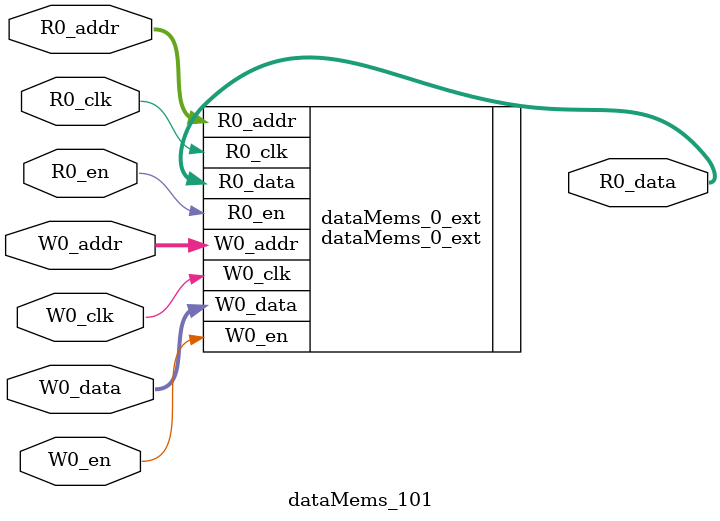
<source format=sv>
`ifndef RANDOMIZE
  `ifdef RANDOMIZE_REG_INIT
    `define RANDOMIZE
  `endif // RANDOMIZE_REG_INIT
`endif // not def RANDOMIZE
`ifndef RANDOMIZE
  `ifdef RANDOMIZE_MEM_INIT
    `define RANDOMIZE
  `endif // RANDOMIZE_MEM_INIT
`endif // not def RANDOMIZE

`ifndef RANDOM
  `define RANDOM $random
`endif // not def RANDOM

// Users can define 'PRINTF_COND' to add an extra gate to prints.
`ifndef PRINTF_COND_
  `ifdef PRINTF_COND
    `define PRINTF_COND_ (`PRINTF_COND)
  `else  // PRINTF_COND
    `define PRINTF_COND_ 1
  `endif // PRINTF_COND
`endif // not def PRINTF_COND_

// Users can define 'ASSERT_VERBOSE_COND' to add an extra gate to assert error printing.
`ifndef ASSERT_VERBOSE_COND_
  `ifdef ASSERT_VERBOSE_COND
    `define ASSERT_VERBOSE_COND_ (`ASSERT_VERBOSE_COND)
  `else  // ASSERT_VERBOSE_COND
    `define ASSERT_VERBOSE_COND_ 1
  `endif // ASSERT_VERBOSE_COND
`endif // not def ASSERT_VERBOSE_COND_

// Users can define 'STOP_COND' to add an extra gate to stop conditions.
`ifndef STOP_COND_
  `ifdef STOP_COND
    `define STOP_COND_ (`STOP_COND)
  `else  // STOP_COND
    `define STOP_COND_ 1
  `endif // STOP_COND
`endif // not def STOP_COND_

// Users can define INIT_RANDOM as general code that gets injected into the
// initializer block for modules with registers.
`ifndef INIT_RANDOM
  `define INIT_RANDOM
`endif // not def INIT_RANDOM

// If using random initialization, you can also define RANDOMIZE_DELAY to
// customize the delay used, otherwise 0.002 is used.
`ifndef RANDOMIZE_DELAY
  `define RANDOMIZE_DELAY 0.002
`endif // not def RANDOMIZE_DELAY

// Define INIT_RANDOM_PROLOG_ for use in our modules below.
`ifndef INIT_RANDOM_PROLOG_
  `ifdef RANDOMIZE
    `ifdef VERILATOR
      `define INIT_RANDOM_PROLOG_ `INIT_RANDOM
    `else  // VERILATOR
      `define INIT_RANDOM_PROLOG_ `INIT_RANDOM #`RANDOMIZE_DELAY begin end
    `endif // VERILATOR
  `else  // RANDOMIZE
    `define INIT_RANDOM_PROLOG_
  `endif // RANDOMIZE
`endif // not def INIT_RANDOM_PROLOG_

// Include register initializers in init blocks unless synthesis is set
`ifndef SYNTHESIS
  `ifndef ENABLE_INITIAL_REG_
    `define ENABLE_INITIAL_REG_
  `endif // not def ENABLE_INITIAL_REG_
`endif // not def SYNTHESIS

// Include rmemory initializers in init blocks unless synthesis is set
`ifndef SYNTHESIS
  `ifndef ENABLE_INITIAL_MEM_
    `define ENABLE_INITIAL_MEM_
  `endif // not def ENABLE_INITIAL_MEM_
`endif // not def SYNTHESIS

module dataMems_101(	// @[generators/ara/src/main/scala/UnsafeAXI4ToTL.scala:365:62]
  input  [4:0]   R0_addr,
  input          R0_en,
  input          R0_clk,
  output [258:0] R0_data,
  input  [4:0]   W0_addr,
  input          W0_en,
  input          W0_clk,
  input  [258:0] W0_data
);

  dataMems_0_ext dataMems_0_ext (	// @[generators/ara/src/main/scala/UnsafeAXI4ToTL.scala:365:62]
    .R0_addr (R0_addr),
    .R0_en   (R0_en),
    .R0_clk  (R0_clk),
    .R0_data (R0_data),
    .W0_addr (W0_addr),
    .W0_en   (W0_en),
    .W0_clk  (W0_clk),
    .W0_data (W0_data)
  );
endmodule


</source>
